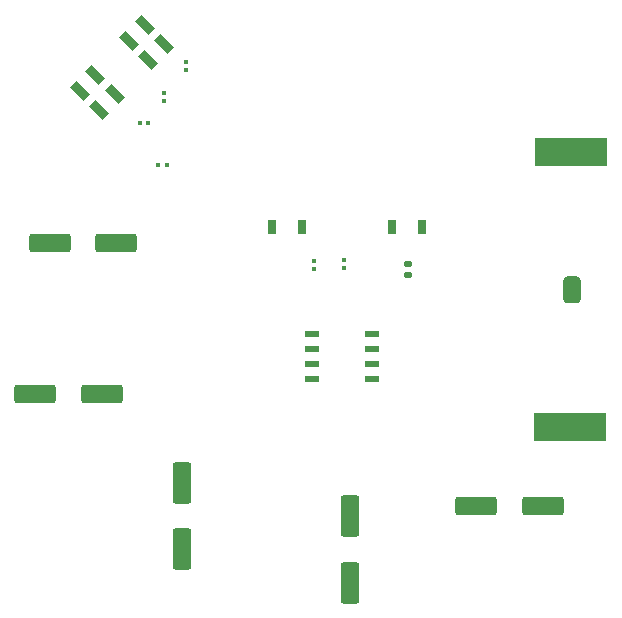
<source format=gbr>
%TF.GenerationSoftware,KiCad,Pcbnew,(6.0.5)*%
%TF.CreationDate,2023-05-26T14:33:47-04:00*%
%TF.ProjectId,Robocat Pin,526f626f-6361-4742-9050-696e2e6b6963,rev?*%
%TF.SameCoordinates,Original*%
%TF.FileFunction,Paste,Bot*%
%TF.FilePolarity,Positive*%
%FSLAX46Y46*%
G04 Gerber Fmt 4.6, Leading zero omitted, Abs format (unit mm)*
G04 Created by KiCad (PCBNEW (6.0.5)) date 2023-05-26 14:33:47*
%MOMM*%
%LPD*%
G01*
G04 APERTURE LIST*
G04 Aperture macros list*
%AMRoundRect*
0 Rectangle with rounded corners*
0 $1 Rounding radius*
0 $2 $3 $4 $5 $6 $7 $8 $9 X,Y pos of 4 corners*
0 Add a 4 corners polygon primitive as box body*
4,1,4,$2,$3,$4,$5,$6,$7,$8,$9,$2,$3,0*
0 Add four circle primitives for the rounded corners*
1,1,$1+$1,$2,$3*
1,1,$1+$1,$4,$5*
1,1,$1+$1,$6,$7*
1,1,$1+$1,$8,$9*
0 Add four rect primitives between the rounded corners*
20,1,$1+$1,$2,$3,$4,$5,0*
20,1,$1+$1,$4,$5,$6,$7,0*
20,1,$1+$1,$6,$7,$8,$9,0*
20,1,$1+$1,$8,$9,$2,$3,0*%
%AMRotRect*
0 Rectangle, with rotation*
0 The origin of the aperture is its center*
0 $1 length*
0 $2 width*
0 $3 Rotation angle, in degrees counterclockwise*
0 Add horizontal line*
21,1,$1,$2,0,0,$3*%
G04 Aperture macros list end*
%ADD10RoundRect,0.140000X-0.170000X0.140000X-0.170000X-0.140000X0.170000X-0.140000X0.170000X0.140000X0*%
%ADD11R,1.150000X0.475000*%
%ADD12RoundRect,0.250000X-1.500000X-0.550000X1.500000X-0.550000X1.500000X0.550000X-1.500000X0.550000X0*%
%ADD13RoundRect,0.079500X0.100500X-0.079500X0.100500X0.079500X-0.100500X0.079500X-0.100500X-0.079500X0*%
%ADD14RoundRect,0.079500X-0.100500X0.079500X-0.100500X-0.079500X0.100500X-0.079500X0.100500X0.079500X0*%
%ADD15RoundRect,0.079500X-0.079500X-0.100500X0.079500X-0.100500X0.079500X0.100500X-0.079500X0.100500X0*%
%ADD16RoundRect,0.250000X1.500000X0.550000X-1.500000X0.550000X-1.500000X-0.550000X1.500000X-0.550000X0*%
%ADD17R,0.750000X1.200000*%
%ADD18RoundRect,0.381000X-0.381000X0.762000X-0.381000X-0.762000X0.381000X-0.762000X0.381000X0.762000X0*%
%ADD19R,6.100000X2.400000*%
%ADD20RoundRect,0.250000X0.550000X-1.500000X0.550000X1.500000X-0.550000X1.500000X-0.550000X-1.500000X0*%
%ADD21RotRect,0.800000X1.600000X45.000000*%
G04 APERTURE END LIST*
D10*
%TO.C,C1*%
X57861200Y-50751800D03*
X57861200Y-51711800D03*
%TD*%
D11*
%TO.C,U1*%
X49707800Y-60477400D03*
X49707800Y-59207400D03*
X49707800Y-57937400D03*
X49707800Y-56667400D03*
X54787800Y-56667400D03*
X54787800Y-57937400D03*
X54787800Y-59207400D03*
X54787800Y-60477400D03*
%TD*%
D12*
%TO.C,C4*%
X27502200Y-48971200D03*
X33102200Y-48971200D03*
%TD*%
D13*
%TO.C,R5*%
X49885600Y-50480400D03*
X49885600Y-51170400D03*
%TD*%
D14*
%TO.C,R3*%
X39020782Y-33675464D03*
X39020782Y-34365464D03*
%TD*%
%TO.C,R2*%
X37191982Y-36930864D03*
X37191982Y-36240864D03*
%TD*%
D15*
%TO.C,R1*%
X37409982Y-42351664D03*
X36719982Y-42351664D03*
%TD*%
D16*
%TO.C,C6*%
X69246400Y-71247000D03*
X63646400Y-71247000D03*
%TD*%
D17*
%TO.C,D1*%
X48895000Y-47625000D03*
X46355000Y-47625000D03*
%TD*%
D15*
%TO.C,R4*%
X35845382Y-38795664D03*
X35155382Y-38795664D03*
%TD*%
D18*
%TO.C,BT1*%
X71691800Y-52954400D03*
D19*
X71678800Y-41300400D03*
X71551800Y-64541400D03*
%TD*%
D12*
%TO.C,C5*%
X26308400Y-61798200D03*
X31908400Y-61798200D03*
%TD*%
D20*
%TO.C,C2*%
X38709600Y-74910600D03*
X38709600Y-69310600D03*
%TD*%
D13*
%TO.C,R6*%
X52400200Y-50404200D03*
X52400200Y-51094200D03*
%TD*%
D20*
%TO.C,C3*%
X52959000Y-77730000D03*
X52959000Y-72130000D03*
%TD*%
D21*
%TO.C,SW1*%
X30037498Y-36087856D03*
X31384536Y-34740818D03*
X34258218Y-31867136D03*
X35605256Y-30520098D03*
X37221702Y-32136544D03*
X35874664Y-33483582D03*
X33000982Y-36357264D03*
X31653944Y-37704302D03*
%TD*%
D17*
%TO.C,D2*%
X59039760Y-47625000D03*
X56499760Y-47625000D03*
%TD*%
M02*

</source>
